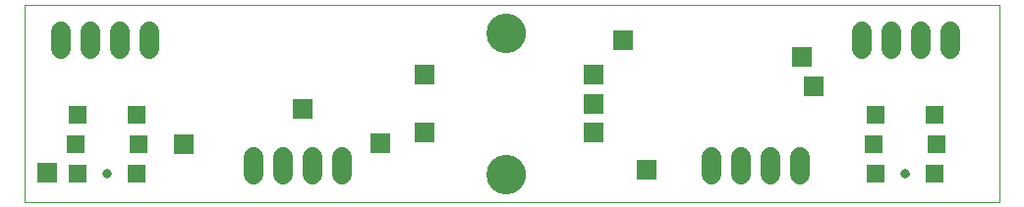
<source format=gts>
G75*
%MOIN*%
%OFA0B0*%
%FSLAX24Y24*%
%IPPOS*%
%LPD*%
%AMOC8*
5,1,8,0,0,1.08239X$1,22.5*
%
%ADD10C,0.0000*%
%ADD11R,0.0674X0.0674*%
%ADD12C,0.1340*%
%ADD13R,0.0595X0.0595*%
%ADD14C,0.0316*%
%ADD15C,0.0680*%
%ADD16R,0.0671X0.0671*%
D10*
X000100Y000100D02*
X000100Y006793D01*
X033171Y006793D01*
X033171Y000100D01*
X000100Y000100D01*
X002777Y001069D02*
X002779Y001090D01*
X002785Y001110D01*
X002794Y001130D01*
X002806Y001147D01*
X002821Y001161D01*
X002839Y001173D01*
X002859Y001181D01*
X002879Y001186D01*
X002900Y001187D01*
X002921Y001184D01*
X002941Y001178D01*
X002960Y001167D01*
X002977Y001154D01*
X002990Y001138D01*
X003001Y001120D01*
X003009Y001100D01*
X003013Y001080D01*
X003013Y001058D01*
X003009Y001038D01*
X003001Y001018D01*
X002990Y001000D01*
X002977Y000984D01*
X002960Y000971D01*
X002941Y000960D01*
X002921Y000954D01*
X002900Y000951D01*
X002879Y000952D01*
X002859Y000957D01*
X002839Y000965D01*
X002821Y000977D01*
X002806Y000991D01*
X002794Y001008D01*
X002785Y001028D01*
X002779Y001048D01*
X002777Y001069D01*
X015809Y001045D02*
X015811Y001095D01*
X015817Y001145D01*
X015827Y001194D01*
X015841Y001242D01*
X015858Y001289D01*
X015879Y001334D01*
X015904Y001378D01*
X015932Y001419D01*
X015964Y001458D01*
X015998Y001495D01*
X016035Y001529D01*
X016075Y001559D01*
X016117Y001586D01*
X016161Y001610D01*
X016207Y001631D01*
X016254Y001647D01*
X016302Y001660D01*
X016352Y001669D01*
X016401Y001674D01*
X016452Y001675D01*
X016502Y001672D01*
X016551Y001665D01*
X016600Y001654D01*
X016648Y001639D01*
X016694Y001621D01*
X016739Y001599D01*
X016782Y001573D01*
X016823Y001544D01*
X016862Y001512D01*
X016898Y001477D01*
X016930Y001439D01*
X016960Y001399D01*
X016987Y001356D01*
X017010Y001312D01*
X017029Y001266D01*
X017045Y001218D01*
X017057Y001169D01*
X017065Y001120D01*
X017069Y001070D01*
X017069Y001020D01*
X017065Y000970D01*
X017057Y000921D01*
X017045Y000872D01*
X017029Y000824D01*
X017010Y000778D01*
X016987Y000734D01*
X016960Y000691D01*
X016930Y000651D01*
X016898Y000613D01*
X016862Y000578D01*
X016823Y000546D01*
X016782Y000517D01*
X016739Y000491D01*
X016694Y000469D01*
X016648Y000451D01*
X016600Y000436D01*
X016551Y000425D01*
X016502Y000418D01*
X016452Y000415D01*
X016401Y000416D01*
X016352Y000421D01*
X016302Y000430D01*
X016254Y000443D01*
X016207Y000459D01*
X016161Y000480D01*
X016117Y000504D01*
X016075Y000531D01*
X016035Y000561D01*
X015998Y000595D01*
X015964Y000632D01*
X015932Y000671D01*
X015904Y000712D01*
X015879Y000756D01*
X015858Y000801D01*
X015841Y000848D01*
X015827Y000896D01*
X015817Y000945D01*
X015811Y000995D01*
X015809Y001045D01*
X029864Y001069D02*
X029866Y001090D01*
X029872Y001110D01*
X029881Y001130D01*
X029893Y001147D01*
X029908Y001161D01*
X029926Y001173D01*
X029946Y001181D01*
X029966Y001186D01*
X029987Y001187D01*
X030008Y001184D01*
X030028Y001178D01*
X030047Y001167D01*
X030064Y001154D01*
X030077Y001138D01*
X030088Y001120D01*
X030096Y001100D01*
X030100Y001080D01*
X030100Y001058D01*
X030096Y001038D01*
X030088Y001018D01*
X030077Y001000D01*
X030064Y000984D01*
X030047Y000971D01*
X030028Y000960D01*
X030008Y000954D01*
X029987Y000951D01*
X029966Y000952D01*
X029946Y000957D01*
X029926Y000965D01*
X029908Y000977D01*
X029893Y000991D01*
X029881Y001008D01*
X029872Y001028D01*
X029866Y001048D01*
X029864Y001069D01*
X015809Y005848D02*
X015811Y005898D01*
X015817Y005948D01*
X015827Y005997D01*
X015841Y006045D01*
X015858Y006092D01*
X015879Y006137D01*
X015904Y006181D01*
X015932Y006222D01*
X015964Y006261D01*
X015998Y006298D01*
X016035Y006332D01*
X016075Y006362D01*
X016117Y006389D01*
X016161Y006413D01*
X016207Y006434D01*
X016254Y006450D01*
X016302Y006463D01*
X016352Y006472D01*
X016401Y006477D01*
X016452Y006478D01*
X016502Y006475D01*
X016551Y006468D01*
X016600Y006457D01*
X016648Y006442D01*
X016694Y006424D01*
X016739Y006402D01*
X016782Y006376D01*
X016823Y006347D01*
X016862Y006315D01*
X016898Y006280D01*
X016930Y006242D01*
X016960Y006202D01*
X016987Y006159D01*
X017010Y006115D01*
X017029Y006069D01*
X017045Y006021D01*
X017057Y005972D01*
X017065Y005923D01*
X017069Y005873D01*
X017069Y005823D01*
X017065Y005773D01*
X017057Y005724D01*
X017045Y005675D01*
X017029Y005627D01*
X017010Y005581D01*
X016987Y005537D01*
X016960Y005494D01*
X016930Y005454D01*
X016898Y005416D01*
X016862Y005381D01*
X016823Y005349D01*
X016782Y005320D01*
X016739Y005294D01*
X016694Y005272D01*
X016648Y005254D01*
X016600Y005239D01*
X016551Y005228D01*
X016502Y005221D01*
X016452Y005218D01*
X016401Y005219D01*
X016352Y005224D01*
X016302Y005233D01*
X016254Y005246D01*
X016207Y005262D01*
X016161Y005283D01*
X016117Y005307D01*
X016075Y005334D01*
X016035Y005364D01*
X015998Y005398D01*
X015964Y005435D01*
X015932Y005474D01*
X015904Y005515D01*
X015879Y005559D01*
X015858Y005604D01*
X015841Y005651D01*
X015827Y005699D01*
X015817Y005748D01*
X015811Y005798D01*
X015809Y005848D01*
D11*
X013683Y004431D03*
X019391Y004431D03*
X019391Y003446D03*
X019391Y002462D03*
X013683Y002462D03*
D12*
X016439Y001045D03*
X016439Y005848D03*
D13*
X028982Y003069D03*
X030982Y003069D03*
X031045Y002069D03*
X028919Y002069D03*
X028982Y001069D03*
X030982Y001069D03*
X003958Y002069D03*
X001832Y002069D03*
X001895Y003069D03*
X003895Y003069D03*
X003895Y001069D03*
X001895Y001069D03*
D14*
X002895Y001069D03*
X029982Y001069D03*
D15*
X026419Y001020D02*
X026419Y001620D01*
X025419Y001620D02*
X025419Y001020D01*
X024419Y001020D02*
X024419Y001620D01*
X023419Y001620D02*
X023419Y001020D01*
X010868Y001020D02*
X010868Y001620D01*
X009868Y001620D02*
X009868Y001020D01*
X008868Y001020D02*
X008868Y001620D01*
X007868Y001620D02*
X007868Y001020D01*
X004356Y005312D02*
X004356Y005912D01*
X003356Y005912D02*
X003356Y005312D01*
X002356Y005312D02*
X002356Y005912D01*
X001356Y005912D02*
X001356Y005312D01*
X028521Y005312D02*
X028521Y005912D01*
X029521Y005912D02*
X029521Y005312D01*
X030521Y005312D02*
X030521Y005912D01*
X031521Y005912D02*
X031521Y005312D01*
D16*
X026478Y005021D03*
X026872Y004037D03*
X020419Y005600D03*
X009549Y003250D03*
X012169Y002100D03*
X005494Y002069D03*
X000887Y001084D03*
X021206Y001206D03*
M02*

</source>
